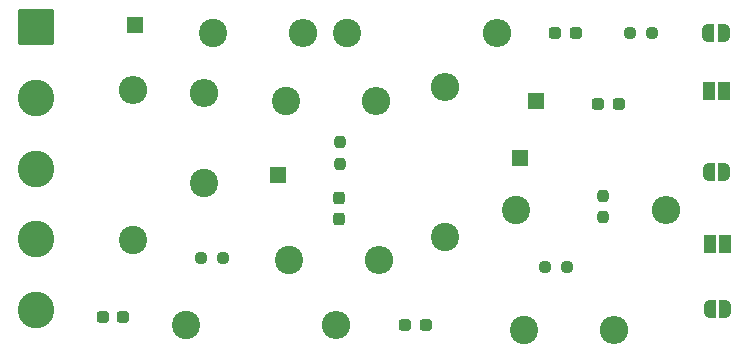
<source format=gbr>
%TF.GenerationSoftware,KiCad,Pcbnew,(6.0.1-0)*%
%TF.CreationDate,2022-08-29T12:54:46-04:00*%
%TF.ProjectId,Practice PCB,50726163-7469-4636-9520-5043422e6b69,rev?*%
%TF.SameCoordinates,Original*%
%TF.FileFunction,Soldermask,Top*%
%TF.FilePolarity,Negative*%
%FSLAX46Y46*%
G04 Gerber Fmt 4.6, Leading zero omitted, Abs format (unit mm)*
G04 Created by KiCad (PCBNEW (6.0.1-0)) date 2022-08-29 12:54:46*
%MOMM*%
%LPD*%
G01*
G04 APERTURE LIST*
G04 Aperture macros list*
%AMRoundRect*
0 Rectangle with rounded corners*
0 $1 Rounding radius*
0 $2 $3 $4 $5 $6 $7 $8 $9 X,Y pos of 4 corners*
0 Add a 4 corners polygon primitive as box body*
4,1,4,$2,$3,$4,$5,$6,$7,$8,$9,$2,$3,0*
0 Add four circle primitives for the rounded corners*
1,1,$1+$1,$2,$3*
1,1,$1+$1,$4,$5*
1,1,$1+$1,$6,$7*
1,1,$1+$1,$8,$9*
0 Add four rect primitives between the rounded corners*
20,1,$1+$1,$2,$3,$4,$5,0*
20,1,$1+$1,$4,$5,$6,$7,0*
20,1,$1+$1,$6,$7,$8,$9,0*
20,1,$1+$1,$8,$9,$2,$3,0*%
%AMFreePoly0*
4,1,22,0.500000,-0.750000,0.000000,-0.750000,0.000000,-0.745033,-0.079941,-0.743568,-0.215256,-0.701293,-0.333266,-0.622738,-0.424486,-0.514219,-0.481581,-0.384460,-0.499164,-0.250000,-0.500000,-0.250000,-0.500000,0.250000,-0.499164,0.250000,-0.499963,0.256109,-0.478152,0.396186,-0.417904,0.524511,-0.324060,0.630769,-0.204165,0.706417,-0.067858,0.745374,0.000000,0.744959,0.000000,0.750000,
0.500000,0.750000,0.500000,-0.750000,0.500000,-0.750000,$1*%
%AMFreePoly1*
4,1,20,0.000000,0.744959,0.073905,0.744508,0.209726,0.703889,0.328688,0.626782,0.421226,0.519385,0.479903,0.390333,0.500000,0.250000,0.500000,-0.250000,0.499851,-0.262216,0.476331,-0.402017,0.414519,-0.529596,0.319384,-0.634700,0.198574,-0.708877,0.061801,-0.746166,0.000000,-0.745033,0.000000,-0.750000,-0.500000,-0.750000,-0.500000,0.750000,0.000000,0.750000,0.000000,0.744959,
0.000000,0.744959,$1*%
G04 Aperture macros list end*
%ADD10C,2.400000*%
%ADD11O,2.400000X2.400000*%
%ADD12R,1.000000X1.500000*%
%ADD13RoundRect,0.237500X0.287500X0.237500X-0.287500X0.237500X-0.287500X-0.237500X0.287500X-0.237500X0*%
%ADD14RoundRect,0.237500X0.237500X-0.250000X0.237500X0.250000X-0.237500X0.250000X-0.237500X-0.250000X0*%
%ADD15RoundRect,0.237500X-0.237500X0.287500X-0.237500X-0.287500X0.237500X-0.287500X0.237500X0.287500X0*%
%ADD16RoundRect,0.237500X-0.250000X-0.237500X0.250000X-0.237500X0.250000X0.237500X-0.250000X0.237500X0*%
%ADD17FreePoly0,0.000000*%
%ADD18FreePoly1,0.000000*%
%ADD19R,1.350000X1.350000*%
%ADD20RoundRect,0.249999X-1.300001X1.300001X-1.300001X-1.300001X1.300001X-1.300001X1.300001X1.300001X0*%
%ADD21C,3.100000*%
G04 APERTURE END LIST*
D10*
%TO.C,R5*%
X76600000Y-60850000D03*
D11*
X76600000Y-48150000D03*
%TD*%
D12*
%TO.C,JP2*%
X98950000Y-48500000D03*
X100250000Y-48500000D03*
%TD*%
D13*
%TO.C,D3*%
X74975000Y-68300000D03*
X73225000Y-68300000D03*
%TD*%
%TO.C,D1*%
X87710000Y-43600000D03*
X85960000Y-43600000D03*
%TD*%
D10*
%TO.C,R7*%
X56200000Y-56310000D03*
D11*
X56200000Y-48690000D03*
%TD*%
D14*
%TO.C,R12*%
X67700000Y-54700000D03*
X67700000Y-52875000D03*
%TD*%
D15*
%TO.C,D4*%
X67600000Y-57587500D03*
X67600000Y-59337500D03*
%TD*%
D16*
%TO.C,R9*%
X85087500Y-63400000D03*
X86912500Y-63400000D03*
%TD*%
D13*
%TO.C,D2*%
X91350000Y-49600000D03*
X89600000Y-49600000D03*
%TD*%
D10*
%TO.C,R1*%
X57000000Y-43600000D03*
D11*
X64620000Y-43600000D03*
%TD*%
D10*
%TO.C,R14*%
X82650000Y-58600000D03*
D11*
X95350000Y-58600000D03*
%TD*%
D17*
%TO.C,JP3*%
X98950000Y-55400000D03*
D18*
X100250000Y-55400000D03*
%TD*%
D14*
%TO.C,R6*%
X90000000Y-59212500D03*
X90000000Y-57387500D03*
%TD*%
D10*
%TO.C,R8*%
X54650000Y-68300000D03*
D11*
X67350000Y-68300000D03*
%TD*%
D10*
%TO.C,R13*%
X63400000Y-62800000D03*
D11*
X71020000Y-62800000D03*
%TD*%
D16*
%TO.C,R3*%
X92310000Y-43600000D03*
X94135000Y-43600000D03*
%TD*%
%TO.C,R15*%
X55987500Y-62700000D03*
X57812500Y-62700000D03*
%TD*%
D10*
%TO.C,R4*%
X83290000Y-68800000D03*
D11*
X90910000Y-68800000D03*
%TD*%
D10*
%TO.C,R2*%
X68360000Y-43600000D03*
D11*
X81060000Y-43600000D03*
%TD*%
D17*
%TO.C,JP1*%
X98910000Y-43600000D03*
D18*
X100210000Y-43600000D03*
%TD*%
D19*
%TO.C,J4*%
X84300000Y-49400000D03*
%TD*%
D20*
%TO.C,J3*%
X42000000Y-43100000D03*
D21*
X42000000Y-49100000D03*
X42000000Y-55100000D03*
X42000000Y-61100000D03*
X42000000Y-67100000D03*
%TD*%
D19*
%TO.C,J5*%
X62500000Y-55600000D03*
%TD*%
%TO.C,J2*%
X83000000Y-54200000D03*
%TD*%
%TO.C,J1*%
X50400000Y-42900000D03*
%TD*%
D12*
%TO.C,JP4*%
X99050000Y-61500000D03*
X100350000Y-61500000D03*
%TD*%
D10*
%TO.C,R10*%
X63190000Y-49400000D03*
D11*
X70810000Y-49400000D03*
%TD*%
D13*
%TO.C,D5*%
X49375000Y-67700000D03*
X47625000Y-67700000D03*
%TD*%
D17*
%TO.C,JP5*%
X99050000Y-67000000D03*
D18*
X100350000Y-67000000D03*
%TD*%
D10*
%TO.C,R11*%
X50200000Y-61150000D03*
D11*
X50200000Y-48450000D03*
%TD*%
M02*

</source>
